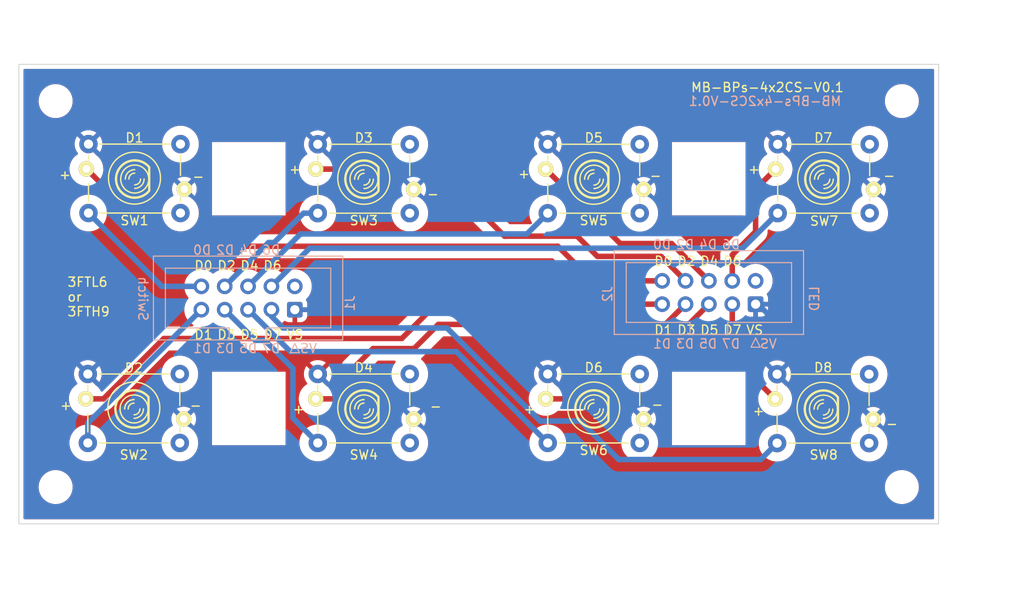
<source format=kicad_pcb>
(kicad_pcb (version 20221018) (generator pcbnew)
  (layers (0 "F.Cu" signal "Dessus.Cu") (31 "B.Cu" signal "Dessous.Cu") (34 "B.Paste" user "Dessous.Pate") (35 "F.Paste" user "Dessus.Pate") (36 "B.SilkS" user "Dessous.SilkS") (37 "F.SilkS" user "Dessus.SilkS") (38 "B.Mask" user "Dessous.Masque") (39 "F.Mask" user "Dessus.Masque") (44 "Edge.Cuts" user "Contours.Ci"))
  (net 0 "")
  (net 1 "GND")
  (net 2 "Net-(D1-A)")
  (net 3 "Net-(D2-A)")
  (net 4 "Net-(D3-A)")
  (net 5 "Net-(D4-A)")
  (net 6 "Net-(D5-A)")
  (net 7 "Net-(D6-A)")
  (net 8 "Net-(D7-A)")
  (net 9 "Net-(D8-A)")
  (net 12 "Net-(J1-D7)")
  (net 13 "Net-(J1-D6)")
  (net 14 "Net-(J1-D5)")
  (net 15 "Net-(J1-D4)")
  (net 16 "Net-(J1-D3)")
  (net 17 "Net-(J1-D2)")
  (net 18 "Net-(J1-D1)")
  (net 19 "Net-(J1-D0)")
  (footprint "ksir 2022:switch_led_mec" (layer "F.Cu") (at 99.5 200.5)
    (fp_text reference "SW3" (at 0 4.5) (layer "F.SilkS"))
    (fp_text value "switch led" hide)
    (pad "" np_thru_hole circle (at 5 -3.8) (size 2 2) (drill 1) (layers "F&B.Cu" "*.Mask"))
    (pad "" np_thru_hole circle (at 5 3.7) (size 2 2) (drill 1) (layers "F&B.Cu" "*.Mask"))
    (pad "1" thru_hole circle (at -5 -3.8) (size 2 2) (drill 1) (layers "*.Cu" "*.Mask") (net 1 "GND"))
    (pad "2" thru_hole circle (at -5 3.7) (size 2 2) (drill 1) (layers "*.Cu" "*.Mask") (net 17 "Net-(J1-D2)"))
  )
  (footprint "ksir 2022:switch_led_mec" (layer "F.Cu") (at 124.5 200.5)
    (fp_text reference "SW5" (at 0 4.4999) (layer "F.SilkS"))
    (fp_text value "switch led" hide)
    (pad "" np_thru_hole circle (at 5 -3.8) (size 2 2) (drill 1) (layers "F&B.Cu" "*.Mask"))
    (pad "" np_thru_hole circle (at 5 3.7) (size 2 2) (drill 1) (layers "F&B.Cu" "*.Mask"))
    (pad "1" thru_hole circle (at -5 -3.8) (size 2 2) (drill 1) (layers "*.Cu" "*.Mask") (net 1 "GND"))
    (pad "2" thru_hole circle (at -5 3.7) (size 2 2) (drill 1) (layers "*.Cu" "*.Mask") (net 15 "Net-(J1-D4)"))
  )
  (footprint "ksir 2022:switch_led_mec" (layer "F.Cu") (at 149.5 200.5)
    (fp_text reference "SW7" (at 0.047 4.551) (layer "F.SilkS"))
    (fp_text value "switch led" hide)
    (pad "" np_thru_hole circle (at 5 -3.8) (size 2 2) (drill 1) (layers "F&B.Cu" "*.Mask"))
    (pad "" np_thru_hole circle (at 5 3.7) (size 2 2) (drill 1) (layers "F&B.Cu" "*.Mask"))
    (pad "1" thru_hole circle (at -5 -3.8) (size 2 2) (drill 1) (layers "*.Cu" "*.Mask") (net 1 "GND"))
    (pad "2" thru_hole circle (at -5 3.7) (size 2 2) (drill 1) (layers "*.Cu" "*.Mask") (net 13 "Net-(J1-D6)"))
  )
  (footprint "ksir 2022:switch_led_mec" (layer "F.Cu") (at 74.5 225.5001)
    (fp_text reference "SW2" (at 0 4.9999) (layer "F.SilkS"))
    (fp_text value "switch led" hide)
    (pad "" np_thru_hole circle (at 5 -3.8) (size 2 2) (drill 1) (layers "F&B.Cu" "*.Mask"))
    (pad "" np_thru_hole circle (at 5 3.7) (size 2 2) (drill 1) (layers "F&B.Cu" "*.Mask"))
    (pad "1" thru_hole circle (at -5 -3.8) (size 2 2) (drill 1) (layers "*.Cu" "*.Mask") (net 1 "GND"))
    (pad "2" thru_hole circle (at -5 3.7) (size 2 2) (drill 1) (layers "*.Cu" "*.Mask") (net 18 "Net-(J1-D1)"))
  )
  (footprint "ksir 2022:switch_led_mec" (layer "F.Cu") (at 124.5 225.5)
    (fp_text reference "SW6" (at 0 4.5) (layer "F.SilkS"))
    (fp_text value "switch led" hide)
    (pad "" np_thru_hole circle (at 5 -3.8) (size 2 2) (drill 1) (layers "F&B.Cu" "*.Mask"))
    (pad "" np_thru_hole circle (at 5 3.7) (size 2 2) (drill 1) (layers "F&B.Cu" "*.Mask"))
    (pad "1" thru_hole circle (at -5 -3.8) (size 2 2) (drill 1) (layers "*.Cu" "*.Mask") (net 1 "GND"))
    (pad "2" thru_hole circle (at -5 3.7) (size 2 2) (drill 1) (layers "*.Cu" "*.Mask") (net 14 "Net-(J1-D5)"))
  )
  (footprint "ksir 2022:switch_led_mec" (layer "F.Cu") (at 149.437 225.5187)
    (fp_text reference "SW8" (at 0.063 4.9813) (layer "F.SilkS"))
    (fp_text value "switch led" hide)
    (pad "" np_thru_hole circle (at 5 -3.8) (size 2 2) (drill 1) (layers "F&B.Cu" "*.Mask"))
    (pad "" np_thru_hole circle (at 5 3.7) (size 2 2) (drill 1) (layers "F&B.Cu" "*.Mask"))
    (pad "1" thru_hole circle (at -5 -3.8) (size 2 2) (drill 1) (layers "*.Cu" "*.Mask") (net 1 "GND"))
    (pad "2" thru_hole circle (at -5 3.7) (size 2 2) (drill 1) (layers "*.Cu" "*.Mask") (net 12 "Net-(J1-D7)"))
  )
  (footprint "ksir 2022:switch_led_mec" (layer "F.Cu") (at 74.571 200.4813)
    (fp_text reference "SW1" (at 0 4.5187) (layer "F.SilkS"))
    (fp_text value "SWITCH led" hide)
    (pad "" np_thru_hole circle (at 5 -3.8) (size 2 2) (drill 1) (layers "F&B.Cu" "*.Mask"))
    (pad "" np_thru_hole circle (at 5 3.7) (size 2 2) (drill 1) (layers "F&B.Cu" "*.Mask"))
    (pad "1" thru_hole circle (at -5 -3.8) (size 2 2) (drill 1) (layers "*.Cu" "*.Mask") (net 1 "GND"))
    (pad "2" thru_hole circle (at -5 3.7) (size 2 2) (drill 1) (layers "*.Cu" "*.Mask") (net 19 "Net-(J1-D0)"))
  )
  (footprint "ksir 2022:LED Switch mec" (layer "F.Cu") (at 99.5 200.5)
    (fp_text reference "D3" (at 0 -4.5 unlocked) (layer "F.SilkS"))
    (fp_text value "LED")
    (pad "1" thru_hole circle (at -5.2288 -1.1) (size 1.6764 1.6764) (drill 0.8128) (layers "*.Mask" "F.Cu" "In1.Cu" "B.Cu" "F.SilkS") (net 4 "Net-(D3-A)"))
    (pad "2" thru_hole circle (at 5.4212 1.1) (size 1.6764 1.6764) (drill 0.8128) (layers "*.Mask" "F.Cu" "In1.Cu" "B.Cu" "F.SilkS") (net 1 "GND"))
  )
  (footprint "ksir 2022:LED Switch mec" (layer "F.Cu") (at 124.5 200.5)
    (fp_text reference "D5" (at 0 -4.5001 unlocked) (layer "F.SilkS"))
    (fp_text value "LED")
    (pad "1" thru_hole circle (at -5.2288 -1.1) (size 1.6764 1.6764) (drill 0.8128) (layers "*.Mask" "F.Cu" "In1.Cu" "B.Cu" "F.SilkS") (net 6 "Net-(D5-A)"))
    (pad "2" thru_hole circle (at 5.4212 1.1) (size 1.6764 1.6764) (drill 0.8128) (layers "*.Mask" "F.Cu" "In1.Cu" "B.Cu" "F.SilkS") (net 1 "GND"))
  )
  (footprint "ksir 2022:LED Switch mec" (layer "F.Cu") (at 149.5 200.5)
    (fp_text reference "D7" (at -0.047 -4.5 unlocked) (layer "F.SilkS"))
    (fp_text value "LED")
    (pad "1" thru_hole circle (at -5.2288 -1.1) (size 1.6764 1.6764) (drill 0.8128) (layers "*.Mask" "F.Cu" "In1.Cu" "B.Cu" "F.SilkS") (net 8 "Net-(D7-A)"))
    (pad "2" thru_hole circle (at 5.4212 1.1) (size 1.6764 1.6764) (drill 0.8128) (layers "*.Mask" "F.Cu" "In1.Cu" "B.Cu" "F.SilkS") (net 1 "GND"))
  )
  (footprint "ksir 2022:LED Switch mec" (layer "F.Cu") (at 74.5 225.5001)
    (fp_text reference "D2" (at 0 -4.451 unlocked) (layer "F.SilkS"))
    (fp_text value "LED")
    (pad "1" thru_hole circle (at -5.2288 -1.1) (size 1.6764 1.6764) (drill 0.8128) (layers "*.Mask" "F.Cu" "In1.Cu" "B.Cu" "F.SilkS") (net 3 "Net-(D2-A)"))
    (pad "2" thru_hole circle (at 5.4212 1.1) (size 1.6764 1.6764) (drill 0.8128) (layers "*.Mask" "F.Cu" "In1.Cu" "B.Cu" "F.SilkS") (net 1 "GND"))
  )
  (footprint "ksir 2022:LED Switch mec" (layer "F.Cu") (at 124.5 225.5)
    (fp_text reference "D6" (at 0 -4.5 unlocked) (layer "F.SilkS"))
    (fp_text value "LED")
    (pad "1" thru_hole circle (at -5.2288 -1.1) (size 1.6764 1.6764) (drill 0.8128) (layers "*.Mask" "F.Cu" "In1.Cu" "B.Cu" "F.SilkS") (net 7 "Net-(D6-A)"))
    (pad "2" thru_hole circle (at 5.4212 1.1) (size 1.6764 1.6764) (drill 0.8128) (layers "*.Mask" "F.Cu" "In1.Cu" "B.Cu" "F.SilkS") (net 1 "GND"))
  )
  (footprint "ksir 2022:LED Switch mec" (layer "F.Cu") (at 149.453 225.5187)
    (fp_text reference "D8" (at -0.016 -4.5187 unlocked) (layer "F.SilkS"))
    (fp_text value "LED")
    (pad "1" thru_hole circle (at -5.2288 -1.1) (size 1.6764 1.6764) (drill 0.8128) (layers "*.Mask" "F.Cu" "In1.Cu" "B.Cu" "F.SilkS") (net 9 "Net-(D8-A)"))
    (pad "2" thru_hole circle (at 5.4212 1.1) (size 1.6764 1.6764) (drill 0.8128) (layers "*.Mask" "F.Cu" "In1.Cu" "B.Cu" "F.SilkS") (net 1 "GND"))
  )
  (footprint "ksir 2022:LED Switch mec" (layer "F.Cu") (at 74.571 200.4813)
    (fp_text reference "D1" (at 0 -4.4813 unlocked) (layer "F.SilkS"))
    (fp_text value "LED")
    (pad "1" thru_hole circle (at -5.2288 -1.1) (size 1.6764 1.6764) (drill 0.8128) (layers "*.Mask" "F.Cu" "In1.Cu" "B.Cu" "F.SilkS") (net 2 "Net-(D1-A)"))
    (pad "2" thru_hole circle (at 5.4212 1.1) (size 1.6764 1.6764) (drill 0.8128) (layers "*.Mask" "F.Cu" "In1.Cu" "B.Cu" "F.SilkS") (net 1 "GND"))
  )
  (footprint "ksir 2022:LED Switch mec" (layer "F.Cu") (at 99.5 225.5)
    (fp_text reference "D4" (at 0 -4.5 unlocked) (layer "F.SilkS"))
    (fp_text value "LED")
    (pad "1" thru_hole circle (at -5.2288 -1.1) (size 1.6764 1.6764) (drill 0.8128) (layers "*.Mask" "F.Cu" "In1.Cu" "B.Cu" "F.SilkS") (net 5 "Net-(D4-A)"))
    (pad "2" thru_hole circle (at 5.4212 1.1) (size 1.6764 1.6764) (drill 0.8128) (layers "*.Mask" "F.Cu" "In1.Cu" "B.Cu" "F.SilkS") (net 1 "GND"))
  )
  (footprint "ksir 2022:switch_led_mec" (layer "F.Cu") (at 99.5 225.5)
    (fp_text reference "SW4" (at 0 5) (layer "F.SilkS"))
    (fp_text value "switch led" hide)
    (pad "" np_thru_hole circle (at 5 -3.8) (size 2 2) (drill 1) (layers "F&B.Cu" "*.Mask"))
    (pad "" np_thru_hole circle (at 5 3.7) (size 2 2) (drill 1) (layers "F&B.Cu" "*.Mask"))
    (pad "1" thru_hole circle (at -5 -3.8) (size 2 2) (drill 1) (layers "*.Cu" "*.Mask") (net 1 "GND"))
    (pad "2" thru_hole circle (at -5 3.7) (size 2 2) (drill 1) (layers "*.Cu" "*.Mask") (net 16 "Net-(J1-D3)"))
  )
  (footprint "MountingHole:MountingHole_3.2mm_M3" (layer "F.Cu") (at 87 225.5)
    (fp_text reference "H3" hide)
    (fp_text value "MountingHole" hide)
    (pad "" np_thru_hole circle (at 0 0) (size 3.2 3.2) (drill 3.2) (layers "*.Cu" "*.Mask"))
  )
  (footprint "MountingHole:MountingHole_3.2mm_M3" (layer "F.Cu") (at 66 192)
    (fp_text reference "H4" hide)
    (fp_text value "MountingHole")
    (pad "" np_thru_hole circle (at 0 0) (size 3.2 3.2) (drill 3.2) (layers "*.Cu" "*.Mask"))
  )
  (footprint "MountingHole:MountingHole_3.2mm_M3" (layer "F.Cu") (at 87 200.5)
    (fp_text reference "H1" hide)
    (fp_text value "MountingHole" hide)
    (pad "" np_thru_hole circle (at 0 0) (size 3.2 3.2) (drill 3.2) (layers "*.Cu" "*.Mask"))
  )
  (footprint "MountingHole:MountingHole_3.2mm_M3" (layer "F.Cu") (at 158 234)
    (fp_text reference "H2" hide)
    (fp_text value "MountingHole")
    (pad "" np_thru_hole circle (at 0 0) (size 3.2 3.2) (drill 3.2) (layers "*.Cu" "*.Mask"))
  )
  (footprint "MountingHole:MountingHole_3.2mm_M3" (layer "F.Cu") (at 66 234)
    (fp_text reference "H3" hide)
    (fp_text value "MountingHole")
    (pad "" np_thru_hole circle (at 0 0) (size 3.2 3.2) (drill 3.2) (layers "*.Cu" "*.Mask"))
  )
  (footprint "MountingHole:MountingHole_3.2mm_M3" (layer "F.Cu") (at 137 225.5)
    (fp_text reference "H4" hide)
    (fp_text value "MountingHole" hide)
    (pad "" np_thru_hole circle (at 0 0) (size 3.2 3.2) (drill 3.2) (layers "*.Cu" "*.Mask"))
  )
  (footprint "MountingHole:MountingHole_3.2mm_M3" (layer "F.Cu") (at 137 200.5)
    (fp_text reference "H2" hide)
    (fp_text value "MountingHole" hide)
    (pad "" np_thru_hole circle (at 0 0) (size 3.2 3.2) (drill 3.2) (layers "*.Cu" "*.Mask"))
  )
  (footprint "MountingHole:MountingHole_3.2mm_M3" (layer "F.Cu") (at 158 192)
    (fp_text reference "H1" hide)
    (fp_text value "MountingHole")
    (pad "" np_thru_hole circle (at 0 0) (size 3.2 3.2) (drill 3.2) (layers "*.Cu" "*.Mask"))
  )
  (footprint "Connector_IDC:IDC-Header_2x05_P2.54mm_Vertical" (layer "B.Cu") (at 142.1 214.1 90)
    (fp_text reference "J2" (at 1.1 -16.1 90) (layer "B.SilkS") (effects (justify mirror)))
    (fp_text value "IDC-Header_2x05_P2.54mm_Vertical")
    (fp_text user "LED" (at 0.6 6.4 90 unlocked) (layer "B.SilkS") (effects (justify mirror)))
    (pad "1" thru_hole roundrect (at 0 0 90) (size 1.7 1.7) (drill 1) (layers "*.Cu" "*.Mask") (roundrect_rratio 0.1470588235) (net 1 "GND"))
    (pad "2" thru_hole circle (at 2.54 0 90) (size 1.7 1.7) (drill 1) (layers "*.Cu" "*.Mask"))
    (pad "3" thru_hole circle (at 0 -2.54 90) (size 1.7 1.7) (drill 1) (layers "*.Cu" "*.Mask") (net 9 "Net-(D8-A)"))
    (pad "4" thru_hole circle (at 2.54 -2.54 90) (size 1.7 1.7) (drill 1) (layers "*.Cu" "*.Mask") (net 8 "Net-(D7-A)"))
    (pad "5" thru_hole circle (at 0 -5.08 90) (size 1.7 1.7) (drill 1) (layers "*.Cu" "*.Mask") (net 7 "Net-(D6-A)"))
    (pad "6" thru_hole circle (at 2.54 -5.08 90) (size 1.7 1.7) (drill 1) (layers "*.Cu" "*.Mask") (net 6 "Net-(D5-A)"))
    (pad "7" thru_hole circle (at 0 -7.62 90) (size 1.7 1.7) (drill 1) (layers "*.Cu" "*.Mask") (net 5 "Net-(D4-A)"))
    (pad "8" thru_hole circle (at 2.54 -7.62 90) (size 1.7 1.7) (drill 1) (layers "*.Cu" "*.Mask") (net 4 "Net-(D3-A)"))
    (pad "9" thru_hole circle (at 0 -10.16 90) (size 1.7 1.7) (drill 1) (layers "*.Cu" "*.Mask") (net 3 "Net-(D2-A)"))
    (pad "10" thru_hole circle (at 2.54 -10.16 90) (size 1.7 1.7) (drill 1) (layers "*.Cu" "*.Mask") (net 2 "Net-(D1-A)"))
  )
  (footprint "Connector_IDC:IDC-Header_2x05_P2.54mm_Vertical" (layer "B.Cu") (at 92 214.7 90)
    (fp_text reference "J1" (at 0.7 6 90) (layer "B.SilkS") (effects (justify mirror)))
    (fp_text value "IDC-Header_2x05_P2.54mm_Vertical")
    (fp_text user "Switch" (at 1.2 -16.5 270 unlocked) (layer "B.SilkS") (effects (justify mirror)))
    (pad "1" thru_hole roundrect (at 0 0 90) (size 1.7 1.7) (drill 1) (layers "*.Cu" "*.Mask") (roundrect_rratio 0.1470588235) (net 1 "GND"))
    (pad "2" thru_hole circle (at 2.54 0 90) (size 1.7 1.7) (drill 1) (layers "*.Cu" "*.Mask"))
    (pad "3" thru_hole circle (at 0 -2.54 90) (size 1.7 1.7) (drill 1) (layers "*.Cu" "*.Mask") (net 12 "Net-(J1-D7)"))
    (pad "4" thru_hole circle (at 2.54 -2.54 90) (size 1.7 1.7) (drill 1) (layers "*.Cu" "*.Mask") (net 13 "Net-(J1-D6)"))
    (pad "5" thru_hole circle (at 0 -5.08 90) (size 1.7 1.7) (drill 1) (layers "*.Cu" "*.Mask") (net 14 "Net-(J1-D5)"))
    (pad "6" thru_hole circle (at 2.54 -5.08 90) (size 1.7 1.7) (drill 1) (layers "*.Cu" "*.Mask") (net 15 "Net-(J1-D4)"))
    (pad "7" thru_hole circle (at 0 -7.62 90) (size 1.7 1.7) (drill 1) (layers "*.Cu" "*.Mask") (net 16 "Net-(J1-D3)"))
    (pad "8" thru_hole circle (at 2.54 -7.62 90) (size 1.7 1.7) (drill 1) (layers "*.Cu" "*.Mask") (net 17 "Net-(J1-D2)"))
    (pad "9" thru_hole circle (at 0 -10.16 90) (size 1.7 1.7) (drill 1) (layers "*.Cu" "*.Mask") (net 18 "Net-(J1-D1)"))
    (pad "10" thru_hole circle (at 2.54 -10.16 90) (size 1.7 1.7) (drill 1) (layers "*.Cu" "*.Mask") (net 19 "Net-(J1-D0)"))
  )
  (gr_poly (pts (xy 162 238) (xy 62 238) (xy 62 188) (xy 162 188)) (stroke (width 0.1)) (fill none) (layer "Edge.Cuts"))
  (gr_text "D7" (at 90.5 219.5) (layer "B.SilkS") (effects (font (size 1 1)) (justify left bottom mirror)))
  (gr_text "D2" (at 135.5 208.2) (layer "B.SilkS") (effects (font (size 1 1)) (justify left bottom mirror)))
  (gr_text "D4" (at 138 208.2) (layer "B.SilkS") (effects (font (size 1 1)) (justify left bottom mirror)))
  (gr_text "VS" (at 94.5 219.5) (layer "B.SilkS") (effects (font (size 1 1)) (justify left bottom mirror)))
  (gr_text "D6" (at 90.5 208.8) (layer "B.SilkS") (effects (font (size 1 1)) (justify left bottom mirror)))
  (gr_text "D7" (at 140.5 219) (layer "B.SilkS") (effects (font (size 1 1)) (justify left bottom mirror)))
  (gr_text "D5" (at 88 219.5) (layer "B.SilkS") (effects (font (size 1 1)) (justify left bottom mirror)))
  (gr_text "D3" (at 85.5 219.5) (layer "B.SilkS") (effects (font (size 1 1)) (justify left bottom mirror)))
  (gr_text "D6" (at 140.5 208.2) (layer "B.SilkS") (effects (font (size 1 1)) (justify left bottom mirror)))
  (gr_text "D3" (at 135.5 219) (layer "B.SilkS") (effects (font (size 1 1)) (justify left bottom mirror)))
  (gr_text "D1" (at 133 219) (layer "B.SilkS") (effects (font (size 1 1)) (justify left bottom mirror)))
  (gr_text "D1" (at 83 219.5) (layer "B.SilkS") (effects (font (size 1 1)) (justify left bottom mirror)))
  (gr_text "D2" (at 85.5 208.8) (layer "B.SilkS") (effects (font (size 1 1)) (justify left bottom mirror)))
  (gr_text "D0" (at 83 208.8) (layer "B.SilkS") (effects (font (size 1 1)) (justify left bottom mirror)))
  (gr_text "D0" (at 133 208.2) (layer "B.SilkS") (effects (font (size 1 1)) (justify left bottom mirror)))
  (gr_text "MB-BPs-4x2CS-V0.1" (at 151.5 192.6) (layer "B.SilkS") (effects (font (size 1 1)) (justify left bottom mirror)))
  (gr_text "D4" (at 88 208.8) (layer "B.SilkS") (effects (font (size 1 1)) (justify left bottom mirror)))
  (gr_text "VS" (at 144.5 219) (layer "B.SilkS") (effects (font (size 1 1)) (justify left bottom mirror)))
  (gr_text "D5" (at 138 219) (layer "B.SilkS") (effects (font (size 1 1)) (justify left bottom mirror)))
  (gr_text "3FTL6\nor \n3FTH9" (at 67.2 215.5) (layer "F.SilkS") (effects (font (size 1 1)) (justify left bottom)))
  (gr_text "D2" (at 83.5 210.5) (layer "F.SilkS") (effects (font (size 1 1)) (justify left bottom)))
  (gr_text "D2" (at 133.5 210) (layer "F.SilkS") (effects (font (size 1 1)) (justify left bottom)))
  (gr_text "-" (at 156.2 227.7) (layer "F.SilkS") (effects (font (size 1 1)) (justify left bottom)))
  (gr_text "D5" (at 136 217.5) (layer "F.SilkS") (effects (font (size 1 1)) (justify left bottom)))
  (gr_text "D6" (at 138.5 210) (layer "F.SilkS") (effects (font (size 1 1)) (justify left bottom)))
  (gr_text "-" (at 106.6 225.8) (layer "F.SilkS") (effects (font (size 1 1)) (justify left bottom)))
  (gr_text "+" (at 91.3 200) (layer "F.SilkS") (effects (font (size 1 1)) (justify left bottom)))
  (gr_text "D6" (at 88.5 210.5) (layer "F.SilkS") (effects (font (size 1 1)) (justify left bottom)))
  (gr_text "D7" (at 88.5 218) (layer "F.SilkS") (effects (font (size 1 1)) (justify left bottom)))
  (gr_text "+" (at 91.7 226.1) (layer "F.SilkS") (effects (font (size 1 1)) (justify left bottom)))
  (gr_text "-" (at 130.7 225.6) (layer "F.SilkS") (effects (font (size 1 1)) (justify left bottom)))
  (gr_text "D0" (at 131 210) (layer "F.SilkS") (effects (font (size 1 1)) (justify left bottom)))
  (gr_text "D1" (at 131 217.5) (layer "F.SilkS") (effects (font (size 1 1)) (justify left bottom)))
  (gr_text "-" (at 80.8 200.8) (layer "F.SilkS") (effects (font (size 1 1)) (justify left bottom)))
  (gr_text "VS" (at 91 218) (layer "F.SilkS") (effects (font (size 1 1)) (justify left bottom)))
  (gr_text "-" (at 130.5 200.7) (layer "F.SilkS") (effects (font (size 1 1)) (justify left bottom)))
  (gr_text "D3" (at 133.5 217.5) (layer "F.SilkS") (effects (font (size 1 1)) (justify left bottom)))
  (gr_text "+" (at 141.7 226.3) (layer "F.SilkS") (effects (font (size 1 1)) (justify left bottom)))
  (gr_text "+" (at 141.2 200) (layer "F.SilkS") (effects (font (size 1 1)) (justify left bottom)))
  (gr_text "D3" (at 83.5 218) (layer "F.SilkS") (effects (font (size 1 1)) (justify left bottom)))
  (gr_text "-" (at 106.3 202.7) (layer "F.SilkS") (effects (font (size 1 1)) (justify left bottom)))
  (gr_text "D5" (at 86 218) (layer "F.SilkS") (effects (font (size 1 1)) (justify left bottom)))
  (gr_text "-" (at 80.5 225.7) (layer "F.SilkS") (effects (font (size 1 1)) (justify left bottom)))
  (gr_text "+" (at 116.8 226.1) (layer "F.SilkS") (effects (font (size 1 1)) (justify left bottom)))
  (gr_text "+" (at 66.3 200.6) (layer "F.SilkS") (effects (font (size 1 1)) (justify left bottom)))
  (gr_text "VS" (at 141 217.5) (layer "F.SilkS") (effects (font (size 1 1)) (justify left bottom)))
  (gr_text "+" (at 116.2 200.5) (layer "F.SilkS") (effects (font (size 1 1)) (justify left bottom)))
  (gr_text "D0" (at 81 210.5) (layer "F.SilkS") (effects (font (size 1 1)) (justify left bottom)))
  (gr_text "MB-BPs-4x2CS-V0.1" (at 135 191.1) (layer "F.SilkS") (effects (font (size 1 1)) (justify left bottom)))
  (gr_text "D4" (at 86 210.5) (layer "F.SilkS") (effects (font (size 1 1)) (justify left bottom)))
  (gr_text "D1" (at 81 218) (layer "F.SilkS") (effects (font (size 1 1)) (justify left bottom)))
  (gr_text "D4" (at 136 210) (layer "F.SilkS") (effects (font (size 1 1)) (justify left bottom)))
  (gr_text "+" (at 66.4 225.7) (layer "F.SilkS") (effects (font (size 1 1)) (justify left bottom)))
  (gr_text "-" (at 155.9 200.7) (layer "F.SilkS") (effects (font (size 1 1)) (justify left bottom)))
  (gr_text "D7" (at 138.5 217.5) (layer "F.SilkS") (effects (font (size 1 1)) (justify left bottom)))
  (segment (start 154.8742 226.6187) (end 142.3555 214.1) (width 0.6) (layer "B.Cu") (net 1))
  (segment (start 142.3555 214.1) (end 142.1 214.1) (width 0.6) (layer "B.Cu") (net 1))
  (segment (start 124.36 211.56) (end 131.94 211.56) (width 0.6) (layer "F.Cu") (net 2))
  (segment (start 77.7609 207.8) (end 120.6 207.8) (width 0.6) (layer "F.Cu") (net 2))
  (segment (start 120.6 207.8) (end 124.36 211.56) (width 0.6) (layer "F.Cu") (net 2))
  (segment (start 69.3422 199.3813) (end 77.7609 207.8) (width 0.6) (layer "F.Cu") (net 2))
  (segment (start 131.94 214.1) (end 107.369 214.1) (width 0.6) (layer "F.Cu") (net 3))
  (segment (start 71.1999 224.4001) (end 77.7655 217.8345) (width 0.6) (layer "F.Cu") (net 3))
  (segment (start 107.369 214.1) (end 103.6345 217.8345) (width 0.6) (layer "F.Cu") (net 3))
  (segment (start 77.7655 217.8345) (end 103.6345 217.8345) (width 0.6) (layer "F.Cu") (net 3))
  (segment (start 69.2712 224.4001) (end 71.1999 224.4001) (width 0.6) (layer "F.Cu") (net 3))
  (segment (start 131.82 208.9) (end 134.48 211.56) (width 0.6) (layer "F.Cu") (net 4))
  (segment (start 107.5 199.4) (end 114.8 206.7) (width 0.6) (layer "F.Cu") (net 4))
  (segment (start 114.8 206.7) (end 122.7 206.7) (width 0.6) (layer "F.Cu") (net 4))
  (segment (start 94.2712 199.4) (end 107.5 199.4) (width 0.6) (layer "F.Cu") (net 4))
  (segment (start 122.7 206.7) (end 124.9 208.9) (width 0.6) (layer "F.Cu") (net 4))
  (segment (start 124.9 208.9) (end 131.82 208.9) (width 0.6) (layer "F.Cu") (net 4))
  (segment (start 134.48 214.1) (end 132.28 216.3) (width 0.6) (layer "F.Cu") (net 5))
  (segment (start 96.7 224.4) (end 94.2712 224.4) (width 0.6) (layer "F.Cu") (net 5))
  (segment (start 104.9655 218.9345) (end 100.5 218.9345) (width 0.6) (layer "F.Cu") (net 5))
  (segment (start 132.28 216.3) (end 107.6 216.3) (width 0.6) (layer "F.Cu") (net 5))
  (segment (start 100.5 218.9345) (end 98.3 221.1345) (width 0.6) (layer "F.Cu") (net 5))
  (segment (start 98.3 222.8) (end 96.7 224.4) (width 0.6) (layer "F.Cu") (net 5))
  (segment (start 98.3 221.1345) (end 98.3 222.8) (width 0.6) (layer "F.Cu") (net 5))
  (segment (start 107.6 216.3) (end 104.9655 218.9345) (width 0.6) (layer "F.Cu") (net 5))
  (segment (start 127.3712 207.5) (end 119.2712 199.4) (width 0.6) (layer "F.Cu") (net 6))
  (segment (start 137.02 211.56) (end 132.96 207.5) (width 0.6) (layer "F.Cu") (net 6))
  (segment (start 132.96 207.5) (end 127.3712 207.5) (width 0.6) (layer "F.Cu") (net 6))
  (segment (start 125 222.4) (end 123 224.4) (width 0.6) (layer "F.Cu") (net 7))
  (segment (start 133.72 217.4) (end 127.8 217.4) (width 0.6) (layer "F.Cu") (net 7))
  (segment (start 123 224.4) (end 119.2712 224.4) (width 0.6) (layer "F.Cu") (net 7))
  (segment (start 127.8 217.4) (end 125 220.2) (width 0.6) (layer "F.Cu") (net 7))
  (segment (start 137.02 214.1) (end 133.72 217.4) (width 0.6) (layer "F.Cu") (net 7))
  (segment (start 125 220.2) (end 125 222.4) (width 0.6) (layer "F.Cu") (net 7))
  (segment (start 142.1 201.5712) (end 142.1 206.2) (width 0.6) (layer "F.Cu") (net 8))
  (segment (start 142.1 206.2) (end 139.56 208.74) (width 0.6) (layer "F.Cu") (net 8))
  (segment (start 139.56 208.74) (end 139.56 211.56) (width 0.6) (layer "F.Cu") (net 8))
  (segment (start 144.2712 199.4) (end 142.1 201.5712) (width 0.6) (layer "F.Cu") (net 8))
  (segment (start 139.56 216.76) (end 141.8 219) (width 0.6) (layer "F.Cu") (net 9))
  (segment (start 139.56 214.1) (end 139.56 216.76) (width 0.6) (layer "F.Cu") (net 9))
  (segment (start 141.8 221.9945) (end 144.2242 224.4187) (width 0.6) (layer "F.Cu") (net 9))
  (segment (start 141.8 219) (end 141.8 221.9945) (width 0.6) (layer "F.Cu") (net 9))
  (segment (start 89.46 215.4126) (end 90.7386 216.6912) (width 0.6) (layer "B.Cu") (net 12))
  (segment (start 90.7386 216.6912) (end 108.5471 216.6912) (width 0.6) (layer "B.Cu") (net 12))
  (segment (start 123.0381 226.8115) (end 127.2301 231.0035) (width 0.6) (layer "B.Cu") (net 12))
  (segment (start 127.2301 231.0035) (end 142.6522 231.0035) (width 0.6) (layer "B.Cu") (net 12))
  (segment (start 108.5471 216.6912) (end 118.6674 226.8115) (width 0.6) (layer "B.Cu") (net 12))
  (segment (start 89.46 214.7) (end 89.46 215.4126) (width 0.6) (layer "B.Cu") (net 12))
  (segment (start 142.6522 231.0035) (end 144.437 229.2187) (width 0.6) (layer "B.Cu") (net 12))
  (segment (start 118.6674 226.8115) (end 123.0381 226.8115) (width 0.6) (layer "B.Cu") (net 12))
  (segment (start 89.46 212.16) (end 93.6081 208.0119) (width 0.6) (layer "B.Cu") (net 13))
  (segment (start 140.6881 208.0119) (end 144.5 204.2) (width 0.6) (layer "B.Cu") (net 13))
  (segment (start 93.6081 208.0119) (end 140.6881 208.0119) (width 0.6) (layer "B.Cu") (net 13))
  (segment (start 86.92 214.7) (end 86.954 214.7) (width 0.6) (layer "B.Cu") (net 14))
  (segment (start 91.5185 219.2645) (end 109.5645 219.2645) (width 0.6) (layer "B.Cu") (net 14))
  (segment (start 109.5645 219.2645) (end 119.5 229.2) (width 0.6) (layer "B.Cu") (net 14))
  (segment (start 86.954 214.7) (end 91.5185 219.2645) (width 0.6) (layer "B.Cu") (net 14))
  (segment (start 86.92 212.16) (end 92.6241 206.4559) (width 0.6) (layer "B.Cu") (net 15))
  (segment (start 117.2441 206.4559) (end 119.5 204.2) (width 0.6) (layer "B.Cu") (net 15))
  (segment (start 92.6241 206.4559) (end 117.2441 206.4559) (width 0.6) (layer "B.Cu") (net 15))
  (segment (start 87.7176 218.0376) (end 88.7357 218.0376) (width 0.6) (layer "B.Cu") (net 16))
  (segment (start 88.7357 218.0376) (end 91.8002 221.1021) (width 0.6) (layer "B.Cu") (net 16))
  (segment (start 91.8002 221.1021) (end 91.8002 226.5002) (width 0.6) (layer "B.Cu") (net 16))
  (segment (start 91.8002 226.5002) (end 94.5 229.2) (width 0.6) (layer "B.Cu") (net 16))
  (segment (start 84.38 214.7) (end 87.7176 218.0376) (width 0.6) (layer "B.Cu") (net 16))
  (segment (start 92.9442 204.2) (end 89.7563 207.3879) (width 0.6) (layer "B.Cu") (net 17))
  (segment (start 89.7563 207.3879) (end 89.1521 207.3879) (width 0.6) (layer "B.Cu") (net 17))
  (segment (start 94.5 204.2) (end 92.9442 204.2) (width 0.6) (layer "B.Cu") (net 17))
  (segment (start 89.1521 207.3879) (end 84.38 212.16) (width 0.6) (layer "B.Cu") (net 17))
  (segment (start 81.84 214.7) (end 69.5 227.04) (width 0.6) (layer "B.Cu") (net 18))
  (segment (start 69.5 227.04) (end 69.5 229.2001) (width 0.6) (layer "B.Cu") (net 18))
  (segment (start 81.84 212.16) (end 77.5497 212.16) (width 0.6) (layer "B.Cu") (net 19))
  (segment (start 77.5497 212.16) (end 69.571 204.1813) (width 0.6) (layer "B.Cu") (net 19))
  (zone (net 1) (net_name "GND") (layers "F&B.Cu") (connect_pads (clearance 1)) (min_thickness 0.254) (fill yes (thermal_gap 0.508) (thermal_bridge_width 0.508))
    (polygon (pts (xy 161.5 237.5) (xy 62.5 237.5) (xy 62.5 188.5) (xy 161.5 188.5)))
  )
  (zone (net 0) (net_name "") (layers "F&B.Cu" "Eco1.User") (connect_pads (clearance 0)) (min_thickness 0.254)
    (keepout (tracks allowed) (vias allowed) (pads allowed) (copperpour not_allowed) (footprints allowed))
    (fill (thermal_gap 0.508) (thermal_bridge_width 0.508))
    (polygon (pts (xy 141 204.45) (xy 133 204.45) (xy 133 196.45) (xy 141 196.45)))
  )
  (zone (net 0) (net_name "") (layers "F&B.Cu" "Eco1.User") (connect_pads (clearance 0)) (min_thickness 0.254)
    (keepout (tracks allowed) (vias allowed) (pads allowed) (copperpour not_allowed) (footprints allowed))
    (fill (thermal_gap 0.508) (thermal_bridge_width 0.508))
    (polygon (pts (xy 91 204.45) (xy 83 204.45) (xy 83 196.45) (xy 91 196.45)))
  )
  (zone (net 0) (net_name "") (layers "F&B.Cu" "Eco1.User") (connect_pads (clearance 0)) (min_thickness 0.254)
    (keepout (tracks allowed) (vias allowed) (pads allowed) (copperpour not_allowed) (footprints allowed))
    (fill (thermal_gap 0.508) (thermal_bridge_width 0.508))
    (polygon (pts (xy 141 229.45) (xy 133 229.45) (xy 133 221.45) (xy 141 221.45)))
  )
  (zone (net 0) (net_name "") (layers "F&B.Cu" "Eco1.User") (connect_pads (clearance 0)) (min_thickness 0.254)
    (keepout (tracks allowed) (vias allowed) (pads allowed) (copperpour not_allowed) (footprints allowed))
    (fill (thermal_gap 0.508) (thermal_bridge_width 0.508))
    (polygon (pts (xy 91 229.45) (xy 83 229.45) (xy 83 221.45) (xy 91 221.45)))
  )
)
</source>
